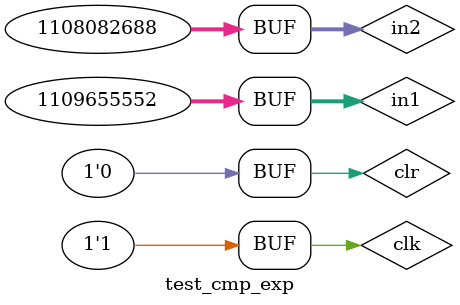
<source format=v>
`timescale 1ns / 1ps


module test_cmp_exp;

	// Inputs
	reg clk;
	reg clr;
	reg [31:0] in1;
	reg [31:0] in2;

	// Outputs
	wire [7:0] dif;
	wire [31:0] out_dif;

	// Instantiate the Unit Under Test (UUT)
	cmp_exp uut (
		.clk(clk), 
		.clr(clr), 
		.in1(in1), 
		.in2(in2), 
		.dif(dif), 
		.out_dif(out_dif)
	);

	initial begin
		// Initialize Inputs
		clk = 0;
		clr = 0;
		in1 = 32'b01000010001001000000000000000000;
		in2 = 32'b01000010000011000000000000000000;

		// Wait 100 ns for global reset to finish
		#100;
       
		clk = 1;
		
		#100;
		#100;
		// Add stimulus here

	end
      
endmodule


</source>
